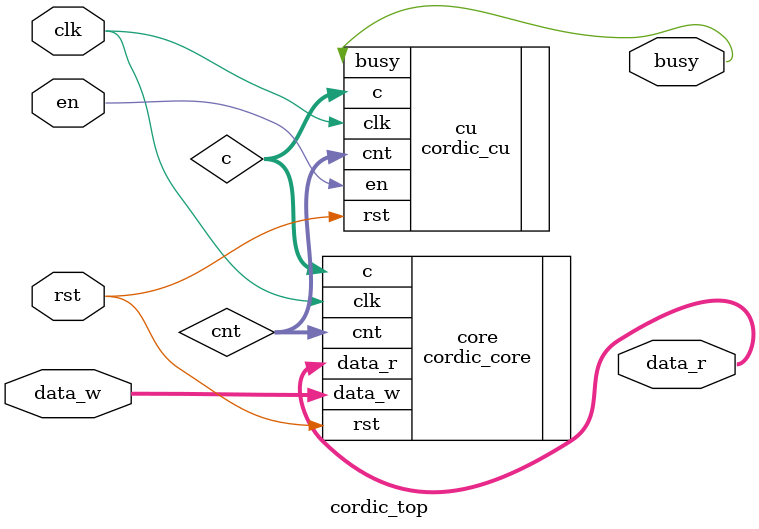
<source format=sv>
module cordic_top #(
    parameter B = 14,
    parameter N = 7
)
(
    input logic [2 * B - 1 : 0] data_w,
    input logic clk,
    input logic rst,
    input logic en,

    output logic busy,
    output logic [2 * B - 1 : 0] data_r
);

logic [8 : 1] c;
logic [$clog2(N) - 1 : 0] cnt;


cordic_core #(
    .B(B),
    .N(N)
) core
(
    .clk(clk),
    .data_w(data_w),
    .rst(rst),
    .cnt(cnt),
    .c(c),
    .data_r(data_r)
);

cordic_cu #(
    .N(N)
) cu
(
    .clk(clk),
    .rst(rst),
    .en(en),
    .cnt(cnt),
    .c(c),
    .busy(busy)
);

endmodule
</source>
